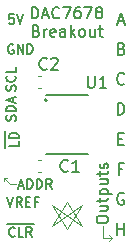
<source format=gbr>
%TF.GenerationSoftware,KiCad,Pcbnew,(5.1.10)-1*%
%TF.CreationDate,2021-11-19T11:18:15-06:00*%
%TF.ProjectId,DAC7678_16TSSOP,44414337-3637-4385-9f31-365453534f50,rev?*%
%TF.SameCoordinates,Original*%
%TF.FileFunction,Legend,Top*%
%TF.FilePolarity,Positive*%
%FSLAX46Y46*%
G04 Gerber Fmt 4.6, Leading zero omitted, Abs format (unit mm)*
G04 Created by KiCad (PCBNEW (5.1.10)-1) date 2021-11-19 11:18:15*
%MOMM*%
%LPD*%
G01*
G04 APERTURE LIST*
%ADD10C,0.120000*%
%ADD11C,0.140000*%
%ADD12C,0.130000*%
%ADD13C,0.150000*%
%ADD14C,0.127000*%
%ADD15C,0.200000*%
G04 APERTURE END LIST*
D10*
X135890000Y-95758000D02*
X133350000Y-97536000D01*
X134620000Y-97790000D02*
X135890000Y-95758000D01*
X133350000Y-95758000D02*
X134620000Y-97790000D01*
X135890000Y-97536000D02*
X133350000Y-95758000D01*
X134620000Y-95504000D02*
X135890000Y-97536000D01*
X133350000Y-97536000D02*
X134620000Y-95504000D01*
X138430000Y-98552000D02*
X138176000Y-98806000D01*
X138430000Y-98552000D02*
X138176000Y-98298000D01*
X137668000Y-98552000D02*
X138430000Y-98552000D01*
X137668000Y-97536000D02*
X137668000Y-98552000D01*
X129794000Y-93980000D02*
X129540000Y-93726000D01*
X130302000Y-93980000D02*
X129794000Y-93980000D01*
X129286000Y-93472000D02*
X129540000Y-93472000D01*
X129286000Y-93472000D02*
X129286000Y-93726000D01*
X129540000Y-93726000D02*
X129286000Y-93472000D01*
D11*
X137147761Y-97049142D02*
X137147761Y-96868190D01*
X137193000Y-96777714D01*
X137283476Y-96687238D01*
X137464428Y-96642000D01*
X137781095Y-96642000D01*
X137962047Y-96687238D01*
X138052523Y-96777714D01*
X138097761Y-96868190D01*
X138097761Y-97049142D01*
X138052523Y-97139619D01*
X137962047Y-97230095D01*
X137781095Y-97275333D01*
X137464428Y-97275333D01*
X137283476Y-97230095D01*
X137193000Y-97139619D01*
X137147761Y-97049142D01*
X137464428Y-95827714D02*
X138097761Y-95827714D01*
X137464428Y-96234857D02*
X137962047Y-96234857D01*
X138052523Y-96189619D01*
X138097761Y-96099142D01*
X138097761Y-95963428D01*
X138052523Y-95872952D01*
X138007285Y-95827714D01*
X137464428Y-95511047D02*
X137464428Y-95149142D01*
X137147761Y-95375333D02*
X137962047Y-95375333D01*
X138052523Y-95330095D01*
X138097761Y-95239619D01*
X138097761Y-95149142D01*
X137464428Y-94832476D02*
X138414428Y-94832476D01*
X137509666Y-94832476D02*
X137464428Y-94742000D01*
X137464428Y-94561047D01*
X137509666Y-94470571D01*
X137554904Y-94425333D01*
X137645380Y-94380095D01*
X137916809Y-94380095D01*
X138007285Y-94425333D01*
X138052523Y-94470571D01*
X138097761Y-94561047D01*
X138097761Y-94742000D01*
X138052523Y-94832476D01*
X137464428Y-93565809D02*
X138097761Y-93565809D01*
X137464428Y-93972952D02*
X137962047Y-93972952D01*
X138052523Y-93927714D01*
X138097761Y-93837238D01*
X138097761Y-93701523D01*
X138052523Y-93611047D01*
X138007285Y-93565809D01*
X137464428Y-93249142D02*
X137464428Y-92887238D01*
X137147761Y-93113428D02*
X137962047Y-93113428D01*
X138052523Y-93068190D01*
X138097761Y-92977714D01*
X138097761Y-92887238D01*
X138052523Y-92615809D02*
X138097761Y-92525333D01*
X138097761Y-92344380D01*
X138052523Y-92253904D01*
X137962047Y-92208666D01*
X137916809Y-92208666D01*
X137826333Y-92253904D01*
X137781095Y-92344380D01*
X137781095Y-92480095D01*
X137735857Y-92570571D01*
X137645380Y-92615809D01*
X137600142Y-92615809D01*
X137509666Y-92570571D01*
X137464428Y-92480095D01*
X137464428Y-92344380D01*
X137509666Y-92253904D01*
X131679523Y-79911261D02*
X131679523Y-78961261D01*
X131905714Y-78961261D01*
X132041428Y-79006500D01*
X132131904Y-79096976D01*
X132177142Y-79187452D01*
X132222380Y-79368404D01*
X132222380Y-79504119D01*
X132177142Y-79685071D01*
X132131904Y-79775547D01*
X132041428Y-79866023D01*
X131905714Y-79911261D01*
X131679523Y-79911261D01*
X132584285Y-79639833D02*
X133036666Y-79639833D01*
X132493809Y-79911261D02*
X132810476Y-78961261D01*
X133127142Y-79911261D01*
X133986666Y-79820785D02*
X133941428Y-79866023D01*
X133805714Y-79911261D01*
X133715238Y-79911261D01*
X133579523Y-79866023D01*
X133489047Y-79775547D01*
X133443809Y-79685071D01*
X133398571Y-79504119D01*
X133398571Y-79368404D01*
X133443809Y-79187452D01*
X133489047Y-79096976D01*
X133579523Y-79006500D01*
X133715238Y-78961261D01*
X133805714Y-78961261D01*
X133941428Y-79006500D01*
X133986666Y-79051738D01*
X134303333Y-78961261D02*
X134936666Y-78961261D01*
X134529523Y-79911261D01*
X135705714Y-78961261D02*
X135524761Y-78961261D01*
X135434285Y-79006500D01*
X135389047Y-79051738D01*
X135298571Y-79187452D01*
X135253333Y-79368404D01*
X135253333Y-79730309D01*
X135298571Y-79820785D01*
X135343809Y-79866023D01*
X135434285Y-79911261D01*
X135615238Y-79911261D01*
X135705714Y-79866023D01*
X135750952Y-79820785D01*
X135796190Y-79730309D01*
X135796190Y-79504119D01*
X135750952Y-79413642D01*
X135705714Y-79368404D01*
X135615238Y-79323166D01*
X135434285Y-79323166D01*
X135343809Y-79368404D01*
X135298571Y-79413642D01*
X135253333Y-79504119D01*
X136112857Y-78961261D02*
X136746190Y-78961261D01*
X136339047Y-79911261D01*
X137243809Y-79368404D02*
X137153333Y-79323166D01*
X137108095Y-79277928D01*
X137062857Y-79187452D01*
X137062857Y-79142214D01*
X137108095Y-79051738D01*
X137153333Y-79006500D01*
X137243809Y-78961261D01*
X137424761Y-78961261D01*
X137515238Y-79006500D01*
X137560476Y-79051738D01*
X137605714Y-79142214D01*
X137605714Y-79187452D01*
X137560476Y-79277928D01*
X137515238Y-79323166D01*
X137424761Y-79368404D01*
X137243809Y-79368404D01*
X137153333Y-79413642D01*
X137108095Y-79458880D01*
X137062857Y-79549357D01*
X137062857Y-79730309D01*
X137108095Y-79820785D01*
X137153333Y-79866023D01*
X137243809Y-79911261D01*
X137424761Y-79911261D01*
X137515238Y-79866023D01*
X137560476Y-79820785D01*
X137605714Y-79730309D01*
X137605714Y-79549357D01*
X137560476Y-79458880D01*
X137515238Y-79413642D01*
X137424761Y-79368404D01*
X132041428Y-80978642D02*
X132177142Y-81023880D01*
X132222380Y-81069119D01*
X132267619Y-81159595D01*
X132267619Y-81295309D01*
X132222380Y-81385785D01*
X132177142Y-81431023D01*
X132086666Y-81476261D01*
X131724761Y-81476261D01*
X131724761Y-80526261D01*
X132041428Y-80526261D01*
X132131904Y-80571500D01*
X132177142Y-80616738D01*
X132222380Y-80707214D01*
X132222380Y-80797690D01*
X132177142Y-80888166D01*
X132131904Y-80933404D01*
X132041428Y-80978642D01*
X131724761Y-80978642D01*
X132674761Y-81476261D02*
X132674761Y-80842928D01*
X132674761Y-81023880D02*
X132720000Y-80933404D01*
X132765238Y-80888166D01*
X132855714Y-80842928D01*
X132946190Y-80842928D01*
X133624761Y-81431023D02*
X133534285Y-81476261D01*
X133353333Y-81476261D01*
X133262857Y-81431023D01*
X133217619Y-81340547D01*
X133217619Y-80978642D01*
X133262857Y-80888166D01*
X133353333Y-80842928D01*
X133534285Y-80842928D01*
X133624761Y-80888166D01*
X133670000Y-80978642D01*
X133670000Y-81069119D01*
X133217619Y-81159595D01*
X134484285Y-81476261D02*
X134484285Y-80978642D01*
X134439047Y-80888166D01*
X134348571Y-80842928D01*
X134167619Y-80842928D01*
X134077142Y-80888166D01*
X134484285Y-81431023D02*
X134393809Y-81476261D01*
X134167619Y-81476261D01*
X134077142Y-81431023D01*
X134031904Y-81340547D01*
X134031904Y-81250071D01*
X134077142Y-81159595D01*
X134167619Y-81114357D01*
X134393809Y-81114357D01*
X134484285Y-81069119D01*
X134936666Y-81476261D02*
X134936666Y-80526261D01*
X135027142Y-81114357D02*
X135298571Y-81476261D01*
X135298571Y-80842928D02*
X134936666Y-81204833D01*
X135841428Y-81476261D02*
X135750952Y-81431023D01*
X135705714Y-81385785D01*
X135660476Y-81295309D01*
X135660476Y-81023880D01*
X135705714Y-80933404D01*
X135750952Y-80888166D01*
X135841428Y-80842928D01*
X135977142Y-80842928D01*
X136067619Y-80888166D01*
X136112857Y-80933404D01*
X136158095Y-81023880D01*
X136158095Y-81295309D01*
X136112857Y-81385785D01*
X136067619Y-81431023D01*
X135977142Y-81476261D01*
X135841428Y-81476261D01*
X136972380Y-80842928D02*
X136972380Y-81476261D01*
X136565238Y-80842928D02*
X136565238Y-81340547D01*
X136610476Y-81431023D01*
X136700952Y-81476261D01*
X136836666Y-81476261D01*
X136927142Y-81431023D01*
X136972380Y-81385785D01*
X137289047Y-80842928D02*
X137650952Y-80842928D01*
X137424761Y-80526261D02*
X137424761Y-81340547D01*
X137470000Y-81431023D01*
X137560476Y-81476261D01*
X137650952Y-81476261D01*
D12*
X130562523Y-94113333D02*
X130943476Y-94113333D01*
X130486333Y-94341904D02*
X130753000Y-93541904D01*
X131019666Y-94341904D01*
X131286333Y-94341904D02*
X131286333Y-93541904D01*
X131476809Y-93541904D01*
X131591095Y-93580000D01*
X131667285Y-93656190D01*
X131705380Y-93732380D01*
X131743476Y-93884761D01*
X131743476Y-93999047D01*
X131705380Y-94151428D01*
X131667285Y-94227619D01*
X131591095Y-94303809D01*
X131476809Y-94341904D01*
X131286333Y-94341904D01*
X132086333Y-94341904D02*
X132086333Y-93541904D01*
X132276809Y-93541904D01*
X132391095Y-93580000D01*
X132467285Y-93656190D01*
X132505380Y-93732380D01*
X132543476Y-93884761D01*
X132543476Y-93999047D01*
X132505380Y-94151428D01*
X132467285Y-94227619D01*
X132391095Y-94303809D01*
X132276809Y-94341904D01*
X132086333Y-94341904D01*
X133343476Y-94341904D02*
X133076809Y-93960952D01*
X132886333Y-94341904D02*
X132886333Y-93541904D01*
X133191095Y-93541904D01*
X133267285Y-93580000D01*
X133305380Y-93618095D01*
X133343476Y-93694285D01*
X133343476Y-93808571D01*
X133305380Y-93884761D01*
X133267285Y-93922857D01*
X133191095Y-93960952D01*
X132886333Y-93960952D01*
D13*
X138906285Y-98242380D02*
X138906285Y-97242380D01*
X138906285Y-97718571D02*
X139477714Y-97718571D01*
X139477714Y-98242380D02*
X139477714Y-97242380D01*
X139453904Y-94750000D02*
X139358666Y-94702380D01*
X139215809Y-94702380D01*
X139072952Y-94750000D01*
X138977714Y-94845238D01*
X138930095Y-94940476D01*
X138882476Y-95130952D01*
X138882476Y-95273809D01*
X138930095Y-95464285D01*
X138977714Y-95559523D01*
X139072952Y-95654761D01*
X139215809Y-95702380D01*
X139311047Y-95702380D01*
X139453904Y-95654761D01*
X139501523Y-95607142D01*
X139501523Y-95273809D01*
X139311047Y-95273809D01*
X139334857Y-92638571D02*
X139001523Y-92638571D01*
X139001523Y-93162380D02*
X139001523Y-92162380D01*
X139477714Y-92162380D01*
X138977714Y-90098571D02*
X139311047Y-90098571D01*
X139453904Y-90622380D02*
X138977714Y-90622380D01*
X138977714Y-89622380D01*
X139453904Y-89622380D01*
X138930095Y-88082380D02*
X138930095Y-87082380D01*
X139168190Y-87082380D01*
X139311047Y-87130000D01*
X139406285Y-87225238D01*
X139453904Y-87320476D01*
X139501523Y-87510952D01*
X139501523Y-87653809D01*
X139453904Y-87844285D01*
X139406285Y-87939523D01*
X139311047Y-88034761D01*
X139168190Y-88082380D01*
X138930095Y-88082380D01*
X139501523Y-85447142D02*
X139453904Y-85494761D01*
X139311047Y-85542380D01*
X139215809Y-85542380D01*
X139072952Y-85494761D01*
X138977714Y-85399523D01*
X138930095Y-85304285D01*
X138882476Y-85113809D01*
X138882476Y-84970952D01*
X138930095Y-84780476D01*
X138977714Y-84685238D01*
X139072952Y-84590000D01*
X139215809Y-84542380D01*
X139311047Y-84542380D01*
X139453904Y-84590000D01*
X139501523Y-84637619D01*
X139263428Y-82478571D02*
X139406285Y-82526190D01*
X139453904Y-82573809D01*
X139501523Y-82669047D01*
X139501523Y-82811904D01*
X139453904Y-82907142D01*
X139406285Y-82954761D01*
X139311047Y-83002380D01*
X138930095Y-83002380D01*
X138930095Y-82002380D01*
X139263428Y-82002380D01*
X139358666Y-82050000D01*
X139406285Y-82097619D01*
X139453904Y-82192857D01*
X139453904Y-82288095D01*
X139406285Y-82383333D01*
X139358666Y-82430952D01*
X139263428Y-82478571D01*
X138930095Y-82478571D01*
X138953904Y-80176666D02*
X139430095Y-80176666D01*
X138858666Y-80462380D02*
X139192000Y-79462380D01*
X139525333Y-80462380D01*
D12*
X129430000Y-90893809D02*
X129430000Y-90246190D01*
X130536904Y-90322380D02*
X130536904Y-90703333D01*
X129736904Y-90703333D01*
X129430000Y-90246190D02*
X129430000Y-89446190D01*
X130536904Y-90055714D02*
X129736904Y-90055714D01*
X129736904Y-89865238D01*
X129775000Y-89750952D01*
X129851190Y-89674761D01*
X129927380Y-89636666D01*
X130079761Y-89598571D01*
X130194047Y-89598571D01*
X130346428Y-89636666D01*
X130422619Y-89674761D01*
X130498809Y-89750952D01*
X130536904Y-89865238D01*
X130536904Y-90055714D01*
X130149619Y-79571904D02*
X129768666Y-79571904D01*
X129730571Y-79952857D01*
X129768666Y-79914761D01*
X129844857Y-79876666D01*
X130035333Y-79876666D01*
X130111523Y-79914761D01*
X130149619Y-79952857D01*
X130187714Y-80029047D01*
X130187714Y-80219523D01*
X130149619Y-80295714D01*
X130111523Y-80333809D01*
X130035333Y-80371904D01*
X129844857Y-80371904D01*
X129768666Y-80333809D01*
X129730571Y-80295714D01*
X130416285Y-79571904D02*
X130682952Y-80371904D01*
X130949619Y-79571904D01*
X130073476Y-82150000D02*
X129997285Y-82111904D01*
X129883000Y-82111904D01*
X129768714Y-82150000D01*
X129692523Y-82226190D01*
X129654428Y-82302380D01*
X129616333Y-82454761D01*
X129616333Y-82569047D01*
X129654428Y-82721428D01*
X129692523Y-82797619D01*
X129768714Y-82873809D01*
X129883000Y-82911904D01*
X129959190Y-82911904D01*
X130073476Y-82873809D01*
X130111571Y-82835714D01*
X130111571Y-82569047D01*
X129959190Y-82569047D01*
X130454428Y-82911904D02*
X130454428Y-82111904D01*
X130911571Y-82911904D01*
X130911571Y-82111904D01*
X131292523Y-82911904D02*
X131292523Y-82111904D01*
X131483000Y-82111904D01*
X131597285Y-82150000D01*
X131673476Y-82226190D01*
X131711571Y-82302380D01*
X131749666Y-82454761D01*
X131749666Y-82569047D01*
X131711571Y-82721428D01*
X131673476Y-82797619D01*
X131597285Y-82873809D01*
X131483000Y-82911904D01*
X131292523Y-82911904D01*
X130244809Y-86042380D02*
X130282904Y-85928095D01*
X130282904Y-85737619D01*
X130244809Y-85661428D01*
X130206714Y-85623333D01*
X130130523Y-85585238D01*
X130054333Y-85585238D01*
X129978142Y-85623333D01*
X129940047Y-85661428D01*
X129901952Y-85737619D01*
X129863857Y-85890000D01*
X129825761Y-85966190D01*
X129787666Y-86004285D01*
X129711476Y-86042380D01*
X129635285Y-86042380D01*
X129559095Y-86004285D01*
X129521000Y-85966190D01*
X129482904Y-85890000D01*
X129482904Y-85699523D01*
X129521000Y-85585238D01*
X130206714Y-84785238D02*
X130244809Y-84823333D01*
X130282904Y-84937619D01*
X130282904Y-85013809D01*
X130244809Y-85128095D01*
X130168619Y-85204285D01*
X130092428Y-85242380D01*
X129940047Y-85280476D01*
X129825761Y-85280476D01*
X129673380Y-85242380D01*
X129597190Y-85204285D01*
X129521000Y-85128095D01*
X129482904Y-85013809D01*
X129482904Y-84937619D01*
X129521000Y-84823333D01*
X129559095Y-84785238D01*
X130282904Y-84061428D02*
X130282904Y-84442380D01*
X129482904Y-84442380D01*
X130244809Y-88601428D02*
X130282904Y-88487142D01*
X130282904Y-88296666D01*
X130244809Y-88220476D01*
X130206714Y-88182380D01*
X130130523Y-88144285D01*
X130054333Y-88144285D01*
X129978142Y-88182380D01*
X129940047Y-88220476D01*
X129901952Y-88296666D01*
X129863857Y-88449047D01*
X129825761Y-88525238D01*
X129787666Y-88563333D01*
X129711476Y-88601428D01*
X129635285Y-88601428D01*
X129559095Y-88563333D01*
X129521000Y-88525238D01*
X129482904Y-88449047D01*
X129482904Y-88258571D01*
X129521000Y-88144285D01*
X130282904Y-87801428D02*
X129482904Y-87801428D01*
X129482904Y-87610952D01*
X129521000Y-87496666D01*
X129597190Y-87420476D01*
X129673380Y-87382380D01*
X129825761Y-87344285D01*
X129940047Y-87344285D01*
X130092428Y-87382380D01*
X130168619Y-87420476D01*
X130244809Y-87496666D01*
X130282904Y-87610952D01*
X130282904Y-87801428D01*
X130054333Y-87039523D02*
X130054333Y-86658571D01*
X130282904Y-87115714D02*
X129482904Y-86849047D01*
X130282904Y-86582380D01*
X129565571Y-95065904D02*
X129832238Y-95865904D01*
X130098904Y-95065904D01*
X130822714Y-95865904D02*
X130556047Y-95484952D01*
X130365571Y-95865904D02*
X130365571Y-95065904D01*
X130670333Y-95065904D01*
X130746523Y-95104000D01*
X130784619Y-95142095D01*
X130822714Y-95218285D01*
X130822714Y-95332571D01*
X130784619Y-95408761D01*
X130746523Y-95446857D01*
X130670333Y-95484952D01*
X130365571Y-95484952D01*
X131165571Y-95446857D02*
X131432238Y-95446857D01*
X131546523Y-95865904D02*
X131165571Y-95865904D01*
X131165571Y-95065904D01*
X131546523Y-95065904D01*
X132156047Y-95446857D02*
X131889380Y-95446857D01*
X131889380Y-95865904D02*
X131889380Y-95065904D01*
X132270333Y-95065904D01*
X129559190Y-97299000D02*
X130359190Y-97299000D01*
X130206809Y-98329714D02*
X130168714Y-98367809D01*
X130054428Y-98405904D01*
X129978238Y-98405904D01*
X129863952Y-98367809D01*
X129787761Y-98291619D01*
X129749666Y-98215428D01*
X129711571Y-98063047D01*
X129711571Y-97948761D01*
X129749666Y-97796380D01*
X129787761Y-97720190D01*
X129863952Y-97644000D01*
X129978238Y-97605904D01*
X130054428Y-97605904D01*
X130168714Y-97644000D01*
X130206809Y-97682095D01*
X130359190Y-97299000D02*
X131006809Y-97299000D01*
X130930619Y-98405904D02*
X130549666Y-98405904D01*
X130549666Y-97605904D01*
X131006809Y-97299000D02*
X131806809Y-97299000D01*
X131654428Y-98405904D02*
X131387761Y-98024952D01*
X131197285Y-98405904D02*
X131197285Y-97605904D01*
X131502047Y-97605904D01*
X131578238Y-97644000D01*
X131616333Y-97682095D01*
X131654428Y-97758285D01*
X131654428Y-97872571D01*
X131616333Y-97948761D01*
X131578238Y-97986857D01*
X131502047Y-98024952D01*
X131197285Y-98024952D01*
D14*
%TO.C,U1*%
X136385000Y-91400000D02*
X132855000Y-91400000D01*
X132855000Y-86400000D02*
X136385000Y-86400000D01*
D15*
X132942000Y-86868000D02*
G75*
G03*
X132942000Y-86868000I-100000J0D01*
G01*
D10*
%TO.C,C2*%
X132461580Y-84834000D02*
X132180420Y-84834000D01*
X132461580Y-85854000D02*
X132180420Y-85854000D01*
%TO.C,C1*%
X132180420Y-92966000D02*
X132461580Y-92966000D01*
X132180420Y-91946000D02*
X132461580Y-91946000D01*
%TO.C,U1*%
D13*
X136398095Y-84796380D02*
X136398095Y-85605904D01*
X136445714Y-85701142D01*
X136493333Y-85748761D01*
X136588571Y-85796380D01*
X136779047Y-85796380D01*
X136874285Y-85748761D01*
X136921904Y-85701142D01*
X136969523Y-85605904D01*
X136969523Y-84796380D01*
X137969523Y-85796380D02*
X137398095Y-85796380D01*
X137683809Y-85796380D02*
X137683809Y-84796380D01*
X137588571Y-84939238D01*
X137493333Y-85034476D01*
X137398095Y-85082095D01*
%TO.C,C2*%
X132929333Y-84177142D02*
X132881714Y-84224761D01*
X132738857Y-84272380D01*
X132643619Y-84272380D01*
X132500761Y-84224761D01*
X132405523Y-84129523D01*
X132357904Y-84034285D01*
X132310285Y-83843809D01*
X132310285Y-83700952D01*
X132357904Y-83510476D01*
X132405523Y-83415238D01*
X132500761Y-83320000D01*
X132643619Y-83272380D01*
X132738857Y-83272380D01*
X132881714Y-83320000D01*
X132929333Y-83367619D01*
X133310285Y-83367619D02*
X133357904Y-83320000D01*
X133453142Y-83272380D01*
X133691238Y-83272380D01*
X133786476Y-83320000D01*
X133834095Y-83367619D01*
X133881714Y-83462857D01*
X133881714Y-83558095D01*
X133834095Y-83700952D01*
X133262666Y-84272380D01*
X133881714Y-84272380D01*
%TO.C,C1*%
X134707333Y-92813142D02*
X134659714Y-92860761D01*
X134516857Y-92908380D01*
X134421619Y-92908380D01*
X134278761Y-92860761D01*
X134183523Y-92765523D01*
X134135904Y-92670285D01*
X134088285Y-92479809D01*
X134088285Y-92336952D01*
X134135904Y-92146476D01*
X134183523Y-92051238D01*
X134278761Y-91956000D01*
X134421619Y-91908380D01*
X134516857Y-91908380D01*
X134659714Y-91956000D01*
X134707333Y-92003619D01*
X135659714Y-92908380D02*
X135088285Y-92908380D01*
X135374000Y-92908380D02*
X135374000Y-91908380D01*
X135278761Y-92051238D01*
X135183523Y-92146476D01*
X135088285Y-92194095D01*
%TD*%
M02*

</source>
